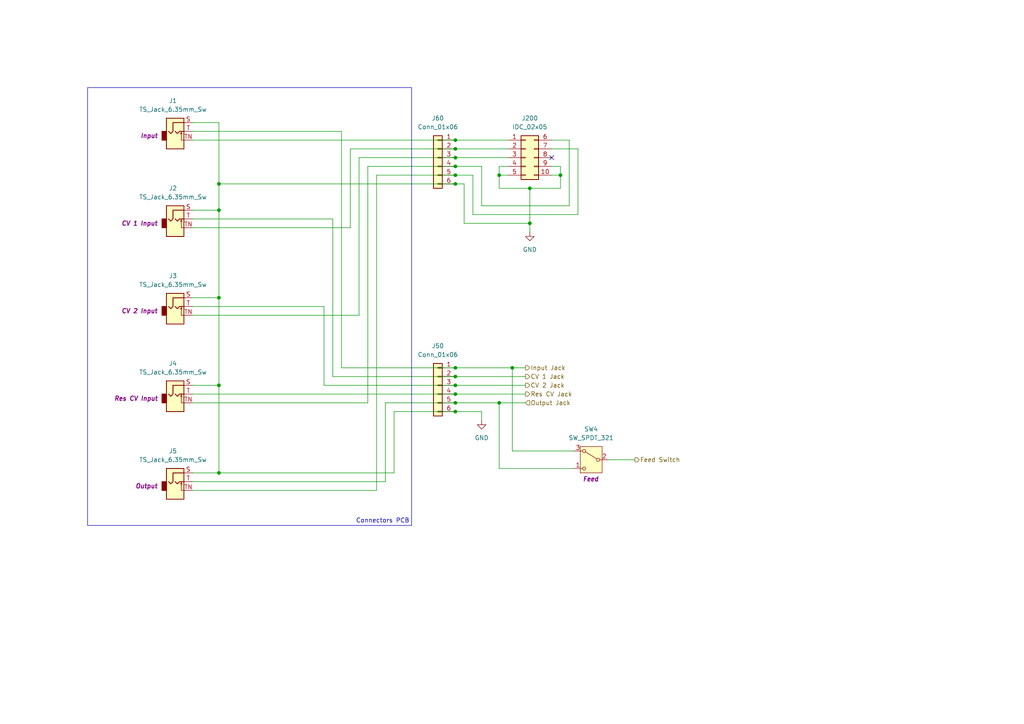
<source format=kicad_sch>
(kicad_sch (version 20231120) (generator "eeschema") (generator_version "8.0")
  (paper "A4")
  (title_block (company "DMH Instruments") (comment 1 "PCB for 10cm Kosmo format synthesizer module"))
  (lib_symbols
    (symbol "Connector_Generic:Conn_01x06" (pin_names (offset 1.016) hide)
      (property "Reference" "J" (at 0 7.62 0))
      (property "Value" "Conn_01x06" (at 0 -10.16 0))
      (symbol "Conn_01x06_1_1"
        (rectangle (start -1.27 -7.493) (end 0 -7.747) (stroke (width 0.1524)))
        (rectangle (start -1.27 -4.953) (end 0 -5.207) (stroke (width 0.1524)))
        (rectangle (start -1.27 -2.413) (end 0 -2.667) (stroke (width 0.1524)))
        (rectangle (start -1.27 0.127) (end 0 -0.127) (stroke (width 0.1524)))
        (rectangle (start -1.27 2.667) (end 0 2.413) (stroke (width 0.1524)))
        (rectangle (start -1.27 5.207) (end 0 4.953) (stroke (width 0.1524)))
        (rectangle (start -1.27 6.35) (end 1.27 -8.89) (stroke (width 0.254)) (fill (type background)))
        (pin passive line (at -5.08 5.08 0) (length 3.81) (name "Pin_1") (number "1"))
        (pin passive line (at -5.08 2.54 0) (length 3.81) (name "Pin_2") (number "2"))
        (pin passive line (at -5.08 0 0) (length 3.81) (name "Pin_3") (number "3"))
        (pin passive line (at -5.08 -2.54 0) (length 3.81) (name "Pin_4") (number "4"))
        (pin passive line (at -5.08 -5.08 0) (length 3.81) (name "Pin_5") (number "5"))
        (pin passive line (at -5.08 -7.62 0) (length 3.81) (name "Pin_6") (number "6"))
      )
    )
    (symbol "Switch:SW_SPDT_321" (pin_names (offset 1) hide)
      (property "Reference" "SW" (at 0 5.08 0))
      (property "Value" "SW_SPDT_321" (at 0 -5.08 0))
      (symbol "SW_SPDT_321_0_1"
        (circle (center -2.032 0) (radius 0.4572))
        (polyline (pts (xy -1.651 0.254) (xy 1.651 2.286)))
        (circle (center 2.032 -2.54) (radius 0.4572))
        (circle (center 2.032 2.54) (radius 0.4572))
      )
      (symbol "SW_SPDT_321_1_1"
        (rectangle (start -3.175 3.81) (end 3.175 -3.81) (fill (type background)))
        (pin passive line (at 5.08 -2.54 180) (length 2.54) (name "C") (number "1"))
        (pin passive line (at -5.08 0 0) (length 2.54) (name "B") (number "2"))
        (pin passive line (at 5.08 2.54 180) (length 2.54) (name "A") (number "3"))
      )
    )
    (symbol "SynthStuff:BackBone_Connector_10Pin" (pin_names (offset 1.016) hide)
      (property "Reference" "J" (at 0 -10.922 0))
      (property "Value" "IDC_02x05" (at 0 -8.382 0))
      (symbol "BackBone_Connector_10Pin_1_1"
        (rectangle (start -2.54 -4.953) (end -1.27 -5.207) (stroke (width 0.1524)))
        (rectangle (start -2.54 -2.413) (end -1.27 -2.667) (stroke (width 0.1524)))
        (rectangle (start -2.54 0.127) (end -1.27 -0.127) (stroke (width 0.1524)))
        (rectangle (start -2.54 2.667) (end -1.27 2.413) (stroke (width 0.1524)))
        (rectangle (start -2.54 5.207) (end -1.27 4.953) (stroke (width 0.1524)))
        (rectangle (start -2.54 6.35) (end 2.54 -6.35) (stroke (width 0.254)) (fill (type background)))
        (rectangle (start 2.54 -4.953) (end 1.27 -5.207) (stroke (width 0.1524)))
        (rectangle (start 2.54 -2.413) (end 1.27 -2.667) (stroke (width 0.1524)))
        (rectangle (start 2.54 0.127) (end 1.27 -0.127) (stroke (width 0.1524)))
        (rectangle (start 2.54 2.667) (end 1.27 2.413) (stroke (width 0.1524)))
        (rectangle (start 2.54 5.207) (end 1.27 4.953) (stroke (width 0.1524)))
        (pin passive line (at -6.35 5.08 0) (length 3.81) (name "Pin_1") (number "1"))
        (pin passive line (at 6.35 -5.08 180) (length 3.81) (name "Pin_10") (number "10"))
        (pin passive line (at -6.35 2.54 0) (length 3.81) (name "Pin_2") (number "2"))
        (pin passive line (at -6.35 0 0) (length 3.81) (name "Pin_3") (number "3"))
        (pin passive line (at -6.35 -2.54 0) (length 3.81) (name "Pin_4") (number "4"))
        (pin passive line (at -6.35 -5.08 0) (length 3.81) (name "Pin_5") (number "5"))
        (pin passive line (at 6.35 5.08 180) (length 3.81) (name "Pin_6") (number "6"))
        (pin passive line (at 6.35 2.54 180) (length 3.81) (name "Pin_7") (number "7"))
        (pin passive line (at 6.35 0 180) (length 3.81) (name "Pin_8") (number "8"))
        (pin passive line (at 6.35 -2.54 180) (length 3.81) (name "Pin_9") (number "9"))
      )
    )
    (symbol "SynthStuff:TS_Jack_6.35mm_Sw"
      (property "Reference" "J" (at -0.635 8.89 0))
      (property "Value" "TS_Jack_6.35mm_Sw" (at -0.635 6.35 0))
      (symbol "TS_Jack_6.35mm_Sw_0_1"
        (rectangle (start -2.54 0) (end -3.81 -2.54) (stroke (width 0.254)) (fill (type outline)))
        (polyline (pts (xy 1.778 -0.254) (xy 2.032 -0.762)))
        (polyline (pts (xy 0 0) (xy 0.635 -0.635) (xy 1.27 0) (xy 2.54 0)) (stroke (width 0.254)))
        (polyline (pts (xy 2.54 -2.54) (xy 1.778 -2.54) (xy 1.778 -0.254) (xy 1.524 -0.762)))
        (polyline (pts (xy 2.54 2.54) (xy -0.635 2.54) (xy -0.635 0) (xy -1.27 -0.635) (xy -1.905 0)) (stroke (width 0.254)))
        (rectangle (start 2.54 3.81) (end -2.54 -5.08) (stroke (width 0.254)) (fill (type background)))
      )
      (symbol "TS_Jack_6.35mm_Sw_1_1"
        (pin passive line (at 5.08 2.54 180) (length 2.54) (name "~") (number "S"))
        (pin passive line (at 5.08 0 180) (length 2.54) (name "~") (number "T"))
        (pin passive line (at 5.08 -2.54 180) (length 2.54) (name "~") (number "TN"))
      )
    )
    (symbol "power:GND" (power) (pin_numbers hide) (pin_names (offset 0) hide)
      (property "Value" "GND" (at 0 -3.81 0))
      (symbol "GND_0_1"
        (polyline (pts (xy 0 0) (xy 0 -1.27) (xy 1.27 -1.27) (xy 0 -2.54) (xy -1.27 -1.27) (xy 0 -1.27)))
      )
      (symbol "GND_1_1"
        (pin power_in line (at 0 0 270) (length 0) (name "~") (number "1"))
      )
    )
  )
  (junction (at 132.08 43.18))
  (junction (at 148.59 106.68))
  (junction (at 144.78 116.84))
  (junction (at 132.08 48.26))
  (junction (at 132.08 106.68))
  (junction (at 132.08 114.3))
  (junction (at 132.08 119.38))
  (junction (at 63.5 86.36))
  (junction (at 63.5 53.34))
  (junction (at 132.08 53.34))
  (junction (at 144.78 50.8))
  (junction (at 153.67 64.77))
  (junction (at 132.08 111.76))
  (junction (at 132.08 50.8))
  (junction (at 132.08 40.64))
  (junction (at 63.5 111.76))
  (junction (at 132.08 45.72))
  (junction (at 153.67 54.61))
  (junction (at 132.08 116.84))
  (junction (at 132.08 109.22))
  (junction (at 162.56 50.8))
  (junction (at 63.5 60.96))
  (junction (at 63.5 137.16))
  (no_connect (at 160.02 45.72))
  (wire (pts (xy 144.78 116.84) (xy 152.4 116.84)))
  (wire (pts (xy 63.5 137.16) (xy 114.3 137.16)))
  (wire (pts (xy 132.08 53.34) (xy 134.62 53.34)))
  (wire (pts (xy 165.1 59.69) (xy 165.1 40.64)))
  (wire (pts (xy 63.5 60.96) (xy 63.5 86.36)))
  (wire (pts (xy 63.5 111.76) (xy 63.5 137.16)))
  (wire (pts (xy 55.88 137.16) (xy 63.5 137.16)))
  (wire (pts (xy 101.6 43.18) (xy 101.6 66.04)))
  (wire (pts (xy 99.06 38.1) (xy 99.06 106.68)))
  (wire (pts (xy 167.64 43.18) (xy 167.64 62.23)))
  (wire (pts (xy 144.78 54.61) (xy 153.67 54.61)))
  (wire (pts (xy 167.64 62.23) (xy 137.16 62.23)))
  (wire (pts (xy 55.88 88.9) (xy 93.98 88.9)))
  (wire (pts (xy 99.06 106.68) (xy 132.08 106.68)))
  (wire (pts (xy 93.98 111.76) (xy 132.08 111.76)))
  (wire (pts (xy 55.88 111.76) (xy 63.5 111.76)))
  (wire (pts (xy 101.6 43.18) (xy 132.08 43.18)))
  (wire (pts (xy 114.3 137.16) (xy 114.3 119.38)))
  (wire (pts (xy 55.88 91.44) (xy 104.14 91.44)))
  (wire (pts (xy 132.08 45.72) (xy 147.32 45.72)))
  (wire (pts (xy 153.67 54.61) (xy 162.56 54.61)))
  (wire (pts (xy 132.08 40.64) (xy 147.32 40.64)))
  (wire (pts (xy 55.88 86.36) (xy 63.5 86.36)))
  (wire (pts (xy 109.22 142.24) (xy 109.22 50.8)))
  (wire (pts (xy 162.56 48.26) (xy 160.02 48.26)))
  (wire (pts (xy 144.78 135.89) (xy 144.78 116.84)))
  (wire (pts (xy 139.7 119.38) (xy 139.7 121.92)))
  (wire (pts (xy 63.5 86.36) (xy 63.5 111.76)))
  (wire (pts (xy 132.08 114.3) (xy 152.4 114.3)))
  (wire (pts (xy 139.7 59.69) (xy 165.1 59.69)))
  (wire (pts (xy 132.08 116.84) (xy 144.78 116.84)))
  (wire (pts (xy 139.7 59.69) (xy 139.7 48.26)))
  (wire (pts (xy 165.1 40.64) (xy 160.02 40.64)))
  (wire (pts (xy 166.37 135.89) (xy 144.78 135.89)))
  (wire (pts (xy 132.08 111.76) (xy 152.4 111.76)))
  (wire (pts (xy 104.14 45.72) (xy 132.08 45.72)))
  (wire (pts (xy 162.56 50.8) (xy 162.56 48.26)))
  (wire (pts (xy 106.68 116.84) (xy 106.68 48.26)))
  (wire (pts (xy 96.52 109.22) (xy 132.08 109.22)))
  (wire (pts (xy 55.88 40.64) (xy 132.08 40.64)))
  (wire (pts (xy 132.08 119.38) (xy 139.7 119.38)))
  (wire (pts (xy 160.02 50.8) (xy 162.56 50.8)))
  (wire (pts (xy 55.88 114.3) (xy 132.08 114.3)))
  (wire (pts (xy 134.62 64.77) (xy 153.67 64.77)))
  (wire (pts (xy 96.52 63.5) (xy 96.52 109.22)))
  (wire (pts (xy 148.59 130.81) (xy 148.59 106.68)))
  (wire (pts (xy 132.08 43.18) (xy 147.32 43.18)))
  (wire (pts (xy 162.56 54.61) (xy 162.56 50.8)))
  (wire (pts (xy 111.76 139.7) (xy 111.76 116.84)))
  (wire (pts (xy 111.76 116.84) (xy 132.08 116.84)))
  (wire (pts (xy 55.88 139.7) (xy 111.76 139.7)))
  (wire (pts (xy 63.5 53.34) (xy 132.08 53.34)))
  (wire (pts (xy 153.67 54.61) (xy 153.67 64.77)))
  (wire (pts (xy 144.78 54.61) (xy 144.78 50.8)))
  (wire (pts (xy 63.5 35.56) (xy 63.5 53.34)))
  (wire (pts (xy 132.08 106.68) (xy 148.59 106.68)))
  (wire (pts (xy 55.88 60.96) (xy 63.5 60.96)))
  (wire (pts (xy 137.16 62.23) (xy 137.16 50.8)))
  (wire (pts (xy 137.16 50.8) (xy 132.08 50.8)))
  (wire (pts (xy 147.32 48.26) (xy 144.78 48.26)))
  (wire (pts (xy 144.78 48.26) (xy 144.78 50.8)))
  (wire (pts (xy 153.67 64.77) (xy 153.67 67.31)))
  (wire (pts (xy 166.37 130.81) (xy 148.59 130.81)))
  (wire (pts (xy 160.02 43.18) (xy 167.64 43.18)))
  (wire (pts (xy 55.88 116.84) (xy 106.68 116.84)))
  (wire (pts (xy 176.53 133.35) (xy 184.15 133.35)))
  (wire (pts (xy 55.88 38.1) (xy 99.06 38.1)))
  (wire (pts (xy 114.3 119.38) (xy 132.08 119.38)))
  (wire (pts (xy 106.68 48.26) (xy 132.08 48.26)))
  (wire (pts (xy 104.14 91.44) (xy 104.14 45.72)))
  (wire (pts (xy 109.22 50.8) (xy 132.08 50.8)))
  (wire (pts (xy 144.78 50.8) (xy 147.32 50.8)))
  (wire (pts (xy 93.98 88.9) (xy 93.98 111.76)))
  (wire (pts (xy 55.88 63.5) (xy 96.52 63.5)))
  (wire (pts (xy 134.62 53.34) (xy 134.62 64.77)))
  (wire (pts (xy 55.88 142.24) (xy 109.22 142.24)))
  (wire (pts (xy 132.08 109.22) (xy 152.4 109.22)))
  (wire (pts (xy 63.5 53.34) (xy 63.5 60.96)))
  (wire (pts (xy 148.59 106.68) (xy 152.4 106.68)))
  (wire (pts (xy 132.08 48.26) (xy 139.7 48.26)))
  (wire (pts (xy 55.88 66.04) (xy 101.6 66.04)))
  (wire (pts (xy 55.88 35.56) (xy 63.5 35.56)))
  (rectangle (start 25.4 25.4) (end 119.38 152.4))
  (text "Connectors PCB" (at 110.998 151.13 0) (effects (font (size 1.27 1.27))))
  (hierarchical_label "CV 2 Jack" (shape output) (at 152.4 111.76 0))
  (hierarchical_label "Feed Switch" (shape output) (at 184.15 133.35 0))
  (hierarchical_label "Output Jack" (shape input) (at 152.4 116.84 0))
  (hierarchical_label "Res CV Jack" (shape output) (at 152.4 114.3 0))
  (hierarchical_label "Input Jack" (shape output) (at 152.4 106.68 0))
  (hierarchical_label "CV 1 Jack" (shape output) (at 152.4 109.22 0))
  (symbol (lib_id "Connector_Generic:Conn_01x06") (at 127 45.72 0) (mirror y) (unit 1)
    (property "Reference" "J60" (at 127 34.29 0))
    (property "Value" "Conn_01x06" (at 127 36.83 0))
    (property "Footprint" "Connector_PinSocket_2.54mm:PinSocket_1x06_P2.54mm_Vertical" (effects (hide yes)))
    (property "Description" "Generic connector, single row, 01x06, script generated (kicad-library-utils/schlib/autogen/connector/)" (effects (hide yes)))
  )
  (symbol (lib_id "SynthStuff:TS_Jack_6.35mm_Sw") (at 50.8 38.1 0) (unit 1) (on_board no)
    (property "Reference" "J1" (at 50.165 29.21 0))
    (property "Value" "TS_Jack_6.35mm_Sw" (at 50.165 31.75 0))
    (property "Footprint" "SynthStuff:CUI_MJ-63052A" (effects (hide yes)))
    (property "Description" "Audio Jack, 2 Poles (Mono / TS), Switched T Pole (Normalling), 6.35mm, 1/4inch" (effects (hide yes)))
    (property "Function" "Input" (at 43.18 39.37 0) (effects (font (thickness 0.254) (bold yes) (italic yes))))
  )
  (symbol (lib_id "SynthStuff:TS_Jack_6.35mm_Sw") (at 50.8 139.7 0) (unit 1) (on_board no)
    (property "Reference" "J5" (at 50.165 130.81 0))
    (property "Value" "TS_Jack_6.35mm_Sw" (at 50.165 133.35 0))
    (property "Footprint" "SynthStuff:CUI_MJ-63052A" (effects (hide yes)))
    (property "Description" "Audio Jack, 2 Poles (Mono / TS), Switched T Pole (Normalling), 6.35mm, 1/4inch" (effects (hide yes)))
    (property "Function" "Output" (at 42.418 140.97 0) (effects (font (thickness 0.254) (bold yes) (italic yes))))
  )
  (symbol (lib_id "Connector_Generic:Conn_01x06") (at 127 111.76 0) (mirror y) (unit 1)
    (property "Reference" "J50" (at 127 100.33 0))
    (property "Value" "Conn_01x06" (at 127 102.87 0))
    (property "Footprint" "Connector_PinSocket_2.54mm:PinSocket_1x06_P2.54mm_Vertical" (effects (hide yes)))
    (property "Description" "Generic connector, single row, 01x06, script generated (kicad-library-utils/schlib/autogen/connector/)" (effects (hide yes)))
  )
  (symbol (lib_id "SynthStuff:TS_Jack_6.35mm_Sw") (at 50.8 63.5 0) (unit 1) (on_board no)
    (property "Reference" "J2" (at 50.165 54.61 0))
    (property "Value" "TS_Jack_6.35mm_Sw" (at 50.165 57.15 0))
    (property "Footprint" "SynthStuff:CUI_MJ-63052A" (effects (hide yes)))
    (property "Description" "Audio Jack, 2 Poles (Mono / TS), Switched T Pole (Normalling), 6.35mm, 1/4inch" (effects (hide yes)))
    (property "Function" "CV 1 Input" (at 40.386 64.77 0) (effects (font (thickness 0.254) (bold yes) (italic yes))))
  )
  (symbol (lib_id "power:GND") (at 153.67 67.31 0) (unit 1)
    (property "Reference" "#PWR06" (effects (hide yes)))
    (property "Value" "GND" (at 153.67 72.39 0))
    (property "Description" "Power symbol creates a global label with name \"GND\" , ground" (effects (hide yes)))
  )
  (symbol (lib_id "SynthStuff:BackBone_Connector_10Pin") (at 153.67 45.72 0) (unit 1)
    (property "Reference" "J200" (at 153.67 34.29 0))
    (property "Value" "IDC_02x05" (at 153.67 36.83 0))
    (property "Footprint" "SynthStuff:IDC-Header_2x05_P2.54mm_Vertical_BackBone" (effects (hide yes)))
    (property "Description" "IDC jack, 2x5 pins, row a carries same signals as row b." (effects (hide yes)))
  )
  (symbol (lib_id "power:GND") (at 139.7 121.92 0) (unit 1)
    (property "Reference" "#PWR05" (effects (hide yes)))
    (property "Value" "GND" (at 139.7 127 0))
    (property "Description" "Power symbol creates a global label with name \"GND\" , ground" (effects (hide yes)))
  )
  (symbol (lib_id "SynthStuff:TS_Jack_6.35mm_Sw") (at 50.8 114.3 0) (unit 1) (on_board no)
    (property "Reference" "J4" (at 50.165 105.41 0))
    (property "Value" "TS_Jack_6.35mm_Sw" (at 50.165 107.95 0))
    (property "Footprint" "SynthStuff:CUI_MJ-63052A" (effects (hide yes)))
    (property "Description" "Audio Jack, 2 Poles (Mono / TS), Switched T Pole (Normalling), 6.35mm, 1/4inch" (effects (hide yes)))
    (property "Function" "Res CV Input" (at 39.37 115.57 0) (effects (font (thickness 0.254) (bold yes) (italic yes))))
  )
  (symbol (lib_id "Switch:SW_SPDT_321") (at 171.45 133.35 0) (mirror y) (unit 1)
    (property "Reference" "SW4" (at 171.45 124.46 0))
    (property "Value" "SW_SPDT_321" (at 171.45 127 0))
    (property "Footprint" "SynthStuff:Toggle_Switch_THT" (effects (hide yes)))
    (property "Description" "Switch, single pole double throw" (effects (hide yes)))
    (property "Function" "Feed" (at 171.45 138.938 0) (effects (font (thickness 0.254) (bold yes) (italic yes))))
  )
  (symbol (lib_id "SynthStuff:TS_Jack_6.35mm_Sw") (at 50.8 88.9 0) (unit 1) (on_board no)
    (property "Reference" "J3" (at 50.165 80.01 0))
    (property "Value" "TS_Jack_6.35mm_Sw" (at 50.165 82.55 0))
    (property "Footprint" "SynthStuff:CUI_MJ-63052A" (effects (hide yes)))
    (property "Description" "Audio Jack, 2 Poles (Mono / TS), Switched T Pole (Normalling), 6.35mm, 1/4inch" (effects (hide yes)))
    (property "Function" "CV 2 Input" (at 40.386 90.17 0) (effects (font (thickness 0.254) (bold yes) (italic yes))))
  )
)
</source>
